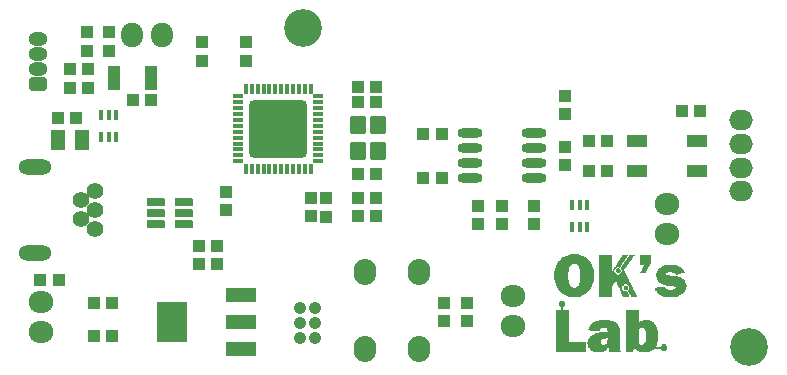
<source format=gts>
G04*
G04 #@! TF.GenerationSoftware,Altium Limited,Altium Designer,21.0.8 (223)*
G04*
G04 Layer_Color=8388736*
%FSLAX25Y25*%
%MOIN*%
G70*
G04*
G04 #@! TF.SameCoordinates,76373615-CB27-452B-AC01-166D02EDBD73*
G04*
G04*
G04 #@! TF.FilePolarity,Negative*
G04*
G01*
G75*
%ADD35R,0.04147X0.04147*%
%ADD36R,0.06700X0.04100*%
%ADD37R,0.04147X0.04147*%
G04:AMPARAMS|DCode=38|XSize=63.12mil|YSize=55.24mil|CornerRadius=9.91mil|HoleSize=0mil|Usage=FLASHONLY|Rotation=270.000|XOffset=0mil|YOffset=0mil|HoleType=Round|Shape=RoundedRectangle|*
%AMROUNDEDRECTD38*
21,1,0.06312,0.03543,0,0,270.0*
21,1,0.04331,0.05524,0,0,270.0*
1,1,0.01981,-0.01772,-0.02165*
1,1,0.01981,-0.01772,0.02165*
1,1,0.01981,0.01772,0.02165*
1,1,0.01981,0.01772,-0.02165*
%
%ADD38ROUNDEDRECTD38*%
G04:AMPARAMS|DCode=39|XSize=191.04mil|YSize=191.04mil|CornerRadius=12.25mil|HoleSize=0mil|Usage=FLASHONLY|Rotation=180.000|XOffset=0mil|YOffset=0mil|HoleType=Round|Shape=RoundedRectangle|*
%AMROUNDEDRECTD39*
21,1,0.19104,0.16654,0,0,180.0*
21,1,0.16654,0.19104,0,0,180.0*
1,1,0.02450,-0.08327,0.08327*
1,1,0.02450,0.08327,0.08327*
1,1,0.02450,0.08327,-0.08327*
1,1,0.02450,-0.08327,-0.08327*
%
%ADD39ROUNDEDRECTD39*%
%ADD40O,0.01584X0.03750*%
%ADD41O,0.03750X0.01584*%
G04:AMPARAMS|DCode=42|XSize=15.81mil|YSize=35.5mil|CornerRadius=3.48mil|HoleSize=0mil|Usage=FLASHONLY|Rotation=180.000|XOffset=0mil|YOffset=0mil|HoleType=Round|Shape=RoundedRectangle|*
%AMROUNDEDRECTD42*
21,1,0.01581,0.02854,0,0,180.0*
21,1,0.00886,0.03550,0,0,180.0*
1,1,0.00695,-0.00443,0.01427*
1,1,0.00695,0.00443,0.01427*
1,1,0.00695,0.00443,-0.01427*
1,1,0.00695,-0.00443,-0.01427*
%
%ADD42ROUNDEDRECTD42*%
%ADD43R,0.03950X0.01981*%
%ADD44R,0.04800X0.06800*%
%ADD45R,0.10249X0.13792*%
%ADD46R,0.10249X0.04737*%
%ADD47O,0.08280X0.03162*%
G04:AMPARAMS|DCode=48|XSize=29.62mil|YSize=61.12mil|CornerRadius=5.36mil|HoleSize=0mil|Usage=FLASHONLY|Rotation=270.000|XOffset=0mil|YOffset=0mil|HoleType=Round|Shape=RoundedRectangle|*
%AMROUNDEDRECTD48*
21,1,0.02962,0.05039,0,0,270.0*
21,1,0.01890,0.06112,0,0,270.0*
1,1,0.01072,-0.02520,-0.00945*
1,1,0.01072,-0.02520,0.00945*
1,1,0.01072,0.02520,0.00945*
1,1,0.01072,0.02520,-0.00945*
%
%ADD48ROUNDEDRECTD48*%
%ADD49O,0.08300X0.07300*%
%ADD50C,0.12611*%
%ADD51O,0.07493X0.08674*%
%ADD52C,0.04147*%
%ADD53C,0.05556*%
%ADD54O,0.11036X0.05131*%
G04:AMPARAMS|DCode=55|XSize=63mil|YSize=48mil|CornerRadius=0mil|HoleSize=0mil|Usage=FLASHONLY|Rotation=0.000|XOffset=0mil|YOffset=0mil|HoleType=Round|Shape=Octagon|*
%AMOCTAGOND55*
4,1,8,0.03150,-0.01200,0.03150,0.01200,0.01950,0.02400,-0.01950,0.02400,-0.03150,0.01200,-0.03150,-0.01200,-0.01950,-0.02400,0.01950,-0.02400,0.03150,-0.01200,0.0*
%
%ADD55OCTAGOND55*%

%ADD56O,0.06300X0.04800*%
%ADD57O,0.07300X0.08300*%
%ADD58O,0.07887X0.06706*%
G36*
X308269Y316731D02*
X308077D01*
Y316539D01*
X307885D01*
Y316346D01*
Y316154D01*
X307692D01*
Y315962D01*
X307500D01*
Y315769D01*
Y315577D01*
X307308D01*
Y315385D01*
X307115D01*
Y315192D01*
X306923D01*
Y315000D01*
Y314808D01*
X306731D01*
Y314615D01*
X306539D01*
Y314423D01*
Y314231D01*
X306346D01*
Y314038D01*
X306154D01*
Y313846D01*
Y313654D01*
X305961D01*
Y313461D01*
X305769D01*
Y313269D01*
Y313077D01*
X305577D01*
Y312885D01*
X305385D01*
Y312692D01*
Y312500D01*
X305192D01*
Y312308D01*
X305000D01*
Y312115D01*
X304808D01*
Y311923D01*
Y311731D01*
Y311539D01*
X305000D01*
Y311346D01*
Y311154D01*
X305192D01*
Y310962D01*
Y310769D01*
X305385D01*
Y310577D01*
Y310385D01*
X305577D01*
Y310192D01*
Y310000D01*
X305769D01*
Y309808D01*
Y309615D01*
X305961D01*
Y309423D01*
Y309231D01*
X306154D01*
Y309038D01*
Y308846D01*
X306346D01*
Y308654D01*
Y308461D01*
X306539D01*
Y308269D01*
Y308077D01*
X306731D01*
Y307885D01*
Y307692D01*
X306923D01*
Y307500D01*
Y307308D01*
X307115D01*
Y307115D01*
Y306923D01*
X307308D01*
Y306731D01*
Y306539D01*
X307500D01*
Y306346D01*
Y306154D01*
X307692D01*
Y305961D01*
Y305769D01*
X307885D01*
Y305577D01*
Y305385D01*
X308077D01*
Y305192D01*
Y305000D01*
X308269D01*
Y304808D01*
Y304615D01*
X308461D01*
Y304423D01*
Y304231D01*
X308654D01*
Y304039D01*
Y303846D01*
X308846D01*
Y303654D01*
Y303462D01*
X309038D01*
Y303269D01*
Y303077D01*
X307115D01*
Y303269D01*
X306923D01*
Y303462D01*
Y303654D01*
X306731D01*
Y303846D01*
Y304039D01*
X306539D01*
Y304231D01*
Y304423D01*
X306346D01*
Y304615D01*
X306154D01*
Y304808D01*
Y305000D01*
Y305192D01*
X306346D01*
Y305385D01*
Y305577D01*
X306539D01*
Y305769D01*
Y305961D01*
Y306154D01*
Y306346D01*
X306346D01*
Y306539D01*
Y306731D01*
X306154D01*
Y306923D01*
X305769D01*
Y307115D01*
X304808D01*
Y306923D01*
X304615D01*
Y306731D01*
X304423D01*
Y306539D01*
X304231D01*
Y306346D01*
Y306154D01*
X304039D01*
Y305961D01*
Y305769D01*
X304231D01*
Y305577D01*
Y305385D01*
Y305192D01*
X304423D01*
Y305000D01*
X304615D01*
Y304808D01*
X305769D01*
Y304615D01*
X305961D01*
Y304423D01*
Y304231D01*
X306154D01*
Y304039D01*
Y303846D01*
X306346D01*
Y303654D01*
Y303462D01*
X306539D01*
Y303269D01*
Y303077D01*
X304423D01*
Y303269D01*
X304231D01*
Y303462D01*
Y303654D01*
X304039D01*
Y303846D01*
Y304039D01*
X303846D01*
Y304231D01*
Y304423D01*
X303654D01*
Y304615D01*
Y304808D01*
X303462D01*
Y305000D01*
Y305192D01*
X303269D01*
Y305385D01*
Y305577D01*
Y305769D01*
X303077D01*
Y305961D01*
Y306154D01*
X302885D01*
Y306346D01*
Y306539D01*
X302692D01*
Y306731D01*
Y306923D01*
X302500D01*
Y307115D01*
Y307308D01*
X302308D01*
Y307500D01*
Y307692D01*
Y307885D01*
X302115D01*
Y308077D01*
X301923D01*
Y307885D01*
X301731D01*
Y307692D01*
X301538D01*
Y307500D01*
Y307308D01*
X301346D01*
Y307115D01*
X301154D01*
Y306923D01*
X300961D01*
Y306731D01*
Y306539D01*
X300769D01*
Y306346D01*
X300577D01*
Y306154D01*
Y305961D01*
Y305769D01*
Y305577D01*
Y305385D01*
Y305192D01*
Y305000D01*
Y304808D01*
Y304615D01*
Y304423D01*
Y304231D01*
Y304039D01*
Y303846D01*
Y303654D01*
Y303462D01*
Y303269D01*
Y303077D01*
X296538D01*
Y303269D01*
Y303462D01*
Y303654D01*
Y303846D01*
Y304039D01*
Y304231D01*
Y304423D01*
Y304615D01*
Y304808D01*
Y305000D01*
Y305192D01*
Y305385D01*
Y305577D01*
Y305769D01*
Y305961D01*
Y306154D01*
Y306346D01*
Y306539D01*
Y306731D01*
Y306923D01*
Y307115D01*
Y307308D01*
Y307500D01*
Y307692D01*
Y307885D01*
Y308077D01*
Y308269D01*
Y308461D01*
Y308654D01*
Y308846D01*
Y309038D01*
Y309231D01*
Y309423D01*
Y309615D01*
Y309808D01*
Y310000D01*
Y310192D01*
Y310385D01*
Y310577D01*
Y310769D01*
Y310962D01*
Y311154D01*
Y311346D01*
Y311539D01*
Y311731D01*
Y311923D01*
Y312115D01*
Y312308D01*
Y312500D01*
Y312692D01*
Y312885D01*
Y313077D01*
Y313269D01*
Y313461D01*
Y313654D01*
Y313846D01*
Y314038D01*
Y314231D01*
Y314423D01*
Y314615D01*
Y314808D01*
Y315000D01*
Y315192D01*
Y315385D01*
Y315577D01*
Y315769D01*
Y315962D01*
Y316154D01*
Y316346D01*
Y316539D01*
Y316731D01*
Y316923D01*
X300577D01*
Y316731D01*
Y316539D01*
Y316346D01*
Y316154D01*
Y315962D01*
Y315769D01*
Y315577D01*
Y315385D01*
Y315192D01*
Y315000D01*
Y314808D01*
Y314615D01*
Y314423D01*
Y314231D01*
Y314038D01*
Y313846D01*
Y313654D01*
Y313461D01*
Y313269D01*
Y313077D01*
Y312885D01*
Y312692D01*
Y312500D01*
Y312308D01*
Y312115D01*
Y311923D01*
Y311731D01*
Y311539D01*
X300769D01*
Y311731D01*
X300961D01*
Y311923D01*
X301154D01*
Y312115D01*
Y312308D01*
X301346D01*
Y312500D01*
X301538D01*
Y312692D01*
Y312885D01*
X301731D01*
Y313077D01*
X301923D01*
Y313269D01*
Y313461D01*
X302115D01*
Y313654D01*
X302308D01*
Y313846D01*
Y314038D01*
X302500D01*
Y314231D01*
X302692D01*
Y314423D01*
Y314615D01*
X302885D01*
Y314808D01*
X303077D01*
Y315000D01*
Y315192D01*
X303269D01*
Y315385D01*
X303462D01*
Y315577D01*
Y315769D01*
X303654D01*
Y315962D01*
X303846D01*
Y316154D01*
Y316346D01*
X304039D01*
Y316539D01*
X304231D01*
Y316731D01*
Y316923D01*
X306154D01*
Y316731D01*
X305961D01*
Y316539D01*
X305769D01*
Y316346D01*
Y316154D01*
X305577D01*
Y315962D01*
X305385D01*
Y315769D01*
Y315577D01*
X305192D01*
Y315385D01*
X305000D01*
Y315192D01*
Y315000D01*
X304808D01*
Y314808D01*
X304615D01*
Y314615D01*
X304423D01*
Y314423D01*
Y314231D01*
X304231D01*
Y314038D01*
X304039D01*
Y313846D01*
Y313654D01*
X303846D01*
Y313461D01*
X303654D01*
Y313269D01*
Y313077D01*
X303462D01*
Y312885D01*
X303269D01*
Y312692D01*
X303077D01*
Y312885D01*
X302500D01*
Y312692D01*
X302115D01*
Y312500D01*
X301923D01*
Y312308D01*
X301731D01*
Y312115D01*
Y311923D01*
X301538D01*
Y311731D01*
Y311539D01*
Y311346D01*
X301731D01*
Y311154D01*
Y310962D01*
X301923D01*
Y310769D01*
X302115D01*
Y310577D01*
X302500D01*
Y310385D01*
X303077D01*
Y310577D01*
X303462D01*
Y310769D01*
X303654D01*
Y310962D01*
X303846D01*
Y311154D01*
Y311346D01*
X304039D01*
Y311539D01*
Y311731D01*
Y311923D01*
X303846D01*
Y312115D01*
Y312308D01*
X303654D01*
Y312500D01*
Y312692D01*
X303846D01*
Y312885D01*
X304039D01*
Y313077D01*
Y313269D01*
X304231D01*
Y313461D01*
X304423D01*
Y313654D01*
Y313846D01*
X304615D01*
Y314038D01*
X304808D01*
Y314231D01*
Y314423D01*
X305000D01*
Y314615D01*
X305192D01*
Y314808D01*
Y315000D01*
X305385D01*
Y315192D01*
X305577D01*
Y315385D01*
Y315577D01*
X305769D01*
Y315769D01*
X305961D01*
Y315962D01*
X306154D01*
Y316154D01*
Y316346D01*
X306346D01*
Y316539D01*
X306539D01*
Y316731D01*
Y316923D01*
X308269D01*
Y316731D01*
D02*
G37*
G36*
X313654D02*
Y316539D01*
Y316346D01*
Y316154D01*
Y315962D01*
Y315769D01*
Y315577D01*
Y315385D01*
Y315192D01*
Y315000D01*
Y314808D01*
Y314615D01*
Y314423D01*
Y314231D01*
Y314038D01*
Y313846D01*
X313461D01*
Y313654D01*
Y313461D01*
X313269D01*
Y313269D01*
X313077D01*
Y313077D01*
Y312885D01*
X312885D01*
Y312692D01*
Y312500D01*
X312692D01*
Y312308D01*
X312500D01*
Y312115D01*
Y311923D01*
X312308D01*
Y311731D01*
X312115D01*
Y311539D01*
Y311346D01*
X311923D01*
Y311154D01*
Y310962D01*
X310192D01*
Y311154D01*
Y311346D01*
X310385D01*
Y311539D01*
Y311731D01*
X310577D01*
Y311923D01*
Y312115D01*
X310769D01*
Y312308D01*
Y312500D01*
X310962D01*
Y312692D01*
Y312885D01*
X311154D01*
Y313077D01*
Y313269D01*
X311346D01*
Y313461D01*
X311539D01*
Y313654D01*
X310000D01*
Y313846D01*
Y314038D01*
Y314231D01*
Y314423D01*
Y314615D01*
Y314808D01*
Y315000D01*
Y315192D01*
Y315385D01*
Y315577D01*
Y315769D01*
Y315962D01*
Y316154D01*
Y316346D01*
Y316539D01*
Y316731D01*
Y316923D01*
X313654D01*
Y316731D01*
D02*
G37*
G36*
X303077Y312308D02*
X303269D01*
Y312115D01*
X303462D01*
Y311923D01*
X303654D01*
Y311731D01*
Y311539D01*
Y311346D01*
X303462D01*
Y311154D01*
X303269D01*
Y310962D01*
X302308D01*
Y311154D01*
X302115D01*
Y311346D01*
Y311539D01*
Y311731D01*
Y311923D01*
Y312115D01*
X302308D01*
Y312308D01*
X302500D01*
Y312500D01*
X303077D01*
Y312308D01*
D02*
G37*
G36*
X321731Y313461D02*
X322500D01*
Y313269D01*
X323077D01*
Y313077D01*
X323462D01*
Y312885D01*
X323654D01*
Y312692D01*
X323846D01*
Y312500D01*
X324039D01*
Y312308D01*
X324231D01*
Y312115D01*
X324423D01*
Y311923D01*
X324615D01*
Y311731D01*
X324808D01*
Y311539D01*
Y311346D01*
X325000D01*
Y311154D01*
Y310962D01*
X324615D01*
Y310769D01*
X323654D01*
Y310577D01*
X322692D01*
Y310385D01*
X321923D01*
Y310577D01*
X321731D01*
Y310769D01*
X321346D01*
Y310962D01*
X320769D01*
Y311154D01*
X319423D01*
Y310962D01*
X319039D01*
Y310769D01*
X318846D01*
Y310577D01*
Y310385D01*
X319039D01*
Y310192D01*
X320000D01*
Y310000D01*
X321731D01*
Y309808D01*
X322885D01*
Y309615D01*
X323462D01*
Y309423D01*
X323846D01*
Y309231D01*
X324231D01*
Y309038D01*
X324423D01*
Y308846D01*
X324615D01*
Y308654D01*
X324808D01*
Y308461D01*
X325000D01*
Y308269D01*
Y308077D01*
X325192D01*
Y307885D01*
Y307692D01*
X325385D01*
Y307500D01*
Y307308D01*
Y307115D01*
Y306923D01*
X325577D01*
Y306731D01*
Y306539D01*
Y306346D01*
Y306154D01*
X325385D01*
Y305961D01*
Y305769D01*
Y305577D01*
Y305385D01*
X325192D01*
Y305192D01*
Y305000D01*
X325000D01*
Y304808D01*
Y304615D01*
X324808D01*
Y304423D01*
X324615D01*
Y304231D01*
X324423D01*
Y304039D01*
X324231D01*
Y303846D01*
X323846D01*
Y303654D01*
X323654D01*
Y303462D01*
X323077D01*
Y303269D01*
X322692D01*
Y303077D01*
X321731D01*
Y302885D01*
X318461D01*
Y303077D01*
X317692D01*
Y303269D01*
X317115D01*
Y303462D01*
X316731D01*
Y303654D01*
X316539D01*
Y303846D01*
X316154D01*
Y304039D01*
X315962D01*
Y304231D01*
X315769D01*
Y304423D01*
X315577D01*
Y304615D01*
Y304808D01*
X315385D01*
Y305000D01*
X315192D01*
Y305192D01*
Y305385D01*
X315000D01*
Y305577D01*
Y305769D01*
Y305961D01*
X315769D01*
Y306154D01*
X317115D01*
Y306346D01*
X318269D01*
Y306154D01*
Y305961D01*
X318461D01*
Y305769D01*
X318846D01*
Y305577D01*
X319423D01*
Y305385D01*
X321154D01*
Y305577D01*
X321731D01*
Y305769D01*
X321923D01*
Y305961D01*
Y306154D01*
X321731D01*
Y306346D01*
X321346D01*
Y306539D01*
X319808D01*
Y306731D01*
X318654D01*
Y306923D01*
X317885D01*
Y307115D01*
X317308D01*
Y307308D01*
X316923D01*
Y307500D01*
X316539D01*
Y307692D01*
X316346D01*
Y307885D01*
X316154D01*
Y308077D01*
X315962D01*
Y308269D01*
Y308461D01*
X315769D01*
Y308654D01*
Y308846D01*
X315577D01*
Y309038D01*
Y309231D01*
Y309423D01*
X315385D01*
Y309615D01*
Y309808D01*
Y310000D01*
Y310192D01*
Y310385D01*
Y310577D01*
Y310769D01*
X315577D01*
Y310962D01*
Y311154D01*
Y311346D01*
X315769D01*
Y311539D01*
Y311731D01*
X315962D01*
Y311923D01*
X316154D01*
Y312115D01*
Y312308D01*
X316346D01*
Y312500D01*
X316539D01*
Y312692D01*
X316923D01*
Y312885D01*
X317115D01*
Y313077D01*
X317500D01*
Y313269D01*
X318077D01*
Y313461D01*
X318846D01*
Y313654D01*
X321731D01*
Y313461D01*
D02*
G37*
G36*
X305577Y306539D02*
X305961D01*
Y306346D01*
Y306154D01*
X306154D01*
Y305961D01*
Y305769D01*
Y305577D01*
X305961D01*
Y305385D01*
X305769D01*
Y305192D01*
X304808D01*
Y305385D01*
X304615D01*
Y305577D01*
Y305769D01*
Y305961D01*
Y306154D01*
Y306346D01*
X304808D01*
Y306539D01*
X305000D01*
Y306731D01*
X305577D01*
Y306539D01*
D02*
G37*
G36*
X289615Y316923D02*
X290385D01*
Y316731D01*
X290962D01*
Y316539D01*
X291346D01*
Y316346D01*
X291731D01*
Y316154D01*
X291923D01*
Y315962D01*
X292308D01*
Y315769D01*
X292500D01*
Y315577D01*
X292692D01*
Y315385D01*
X292885D01*
Y315192D01*
X293077D01*
Y315000D01*
X293269D01*
Y314808D01*
X293461D01*
Y314615D01*
Y314423D01*
X293654D01*
Y314231D01*
X293846D01*
Y314038D01*
Y313846D01*
X294039D01*
Y313654D01*
Y313461D01*
X294231D01*
Y313269D01*
Y313077D01*
Y312885D01*
X294423D01*
Y312692D01*
Y312500D01*
Y312308D01*
X294615D01*
Y312115D01*
Y311923D01*
Y311731D01*
Y311539D01*
Y311346D01*
Y311154D01*
X294808D01*
Y310962D01*
Y310769D01*
Y310577D01*
Y310385D01*
Y310192D01*
Y310000D01*
Y309808D01*
Y309615D01*
Y309423D01*
Y309231D01*
Y309038D01*
X294615D01*
Y308846D01*
Y308654D01*
Y308461D01*
Y308269D01*
Y308077D01*
Y307885D01*
X294423D01*
Y307692D01*
Y307500D01*
Y307308D01*
X294231D01*
Y307115D01*
Y306923D01*
Y306731D01*
X294039D01*
Y306539D01*
Y306346D01*
X293846D01*
Y306154D01*
Y305961D01*
X293654D01*
Y305769D01*
Y305577D01*
X293461D01*
Y305385D01*
X293269D01*
Y305192D01*
X293077D01*
Y305000D01*
X292885D01*
Y304808D01*
X292692D01*
Y304615D01*
X292500D01*
Y304423D01*
X292308D01*
Y304231D01*
X292115D01*
Y304039D01*
X291923D01*
Y303846D01*
X291539D01*
Y303654D01*
X291346D01*
Y303462D01*
X290769D01*
Y303269D01*
X290385D01*
Y303077D01*
X289615D01*
Y302885D01*
X286731D01*
Y303077D01*
X285962D01*
Y303269D01*
X285385D01*
Y303462D01*
X285000D01*
Y303654D01*
X284615D01*
Y303846D01*
X284423D01*
Y304039D01*
X284038D01*
Y304231D01*
X283846D01*
Y304423D01*
X283654D01*
Y304615D01*
X283461D01*
Y304808D01*
X283269D01*
Y305000D01*
X283077D01*
Y305192D01*
X282885D01*
Y305385D01*
Y305577D01*
X282692D01*
Y305769D01*
X282500D01*
Y305961D01*
Y306154D01*
X282308D01*
Y306346D01*
Y306539D01*
X282115D01*
Y306731D01*
Y306923D01*
X281923D01*
Y307115D01*
Y307308D01*
Y307500D01*
X281731D01*
Y307692D01*
Y307885D01*
Y308077D01*
Y308269D01*
Y308461D01*
X281539D01*
Y308654D01*
Y308846D01*
Y309038D01*
Y309231D01*
Y309423D01*
Y309615D01*
Y309808D01*
Y310000D01*
Y310192D01*
Y310385D01*
Y310577D01*
Y310769D01*
Y310962D01*
Y311154D01*
Y311346D01*
Y311539D01*
X281731D01*
Y311731D01*
Y311923D01*
Y312115D01*
Y312308D01*
Y312500D01*
X281923D01*
Y312692D01*
Y312885D01*
Y313077D01*
X282115D01*
Y313269D01*
Y313461D01*
X282308D01*
Y313654D01*
Y313846D01*
X282500D01*
Y314038D01*
Y314231D01*
X282692D01*
Y314423D01*
X282885D01*
Y314615D01*
Y314808D01*
X283077D01*
Y315000D01*
X283269D01*
Y315192D01*
X283461D01*
Y315385D01*
X283654D01*
Y315577D01*
X283846D01*
Y315769D01*
X284038D01*
Y315962D01*
X284231D01*
Y316154D01*
X284615D01*
Y316346D01*
X285000D01*
Y316539D01*
X285385D01*
Y316731D01*
X285962D01*
Y316923D01*
X286731D01*
Y317115D01*
X289615D01*
Y316923D01*
D02*
G37*
G36*
X309615Y298269D02*
Y298077D01*
Y297885D01*
Y297692D01*
Y297500D01*
Y297308D01*
Y297115D01*
Y296923D01*
Y296731D01*
Y296538D01*
Y296346D01*
Y296154D01*
Y295961D01*
Y295769D01*
Y295577D01*
Y295385D01*
Y295192D01*
Y295000D01*
Y294808D01*
Y294615D01*
Y294423D01*
Y294231D01*
X309808D01*
Y294423D01*
X310000D01*
Y294615D01*
X310192D01*
Y294808D01*
X310577D01*
Y295000D01*
X311154D01*
Y295192D01*
X313269D01*
Y295000D01*
X313654D01*
Y294808D01*
X314038D01*
Y294615D01*
X314423D01*
Y294423D01*
X314615D01*
Y294231D01*
X314808D01*
Y294039D01*
X315000D01*
Y293846D01*
X315192D01*
Y293654D01*
Y293461D01*
X315385D01*
Y293269D01*
Y293077D01*
X315577D01*
Y292885D01*
Y292692D01*
Y292500D01*
X315769D01*
Y292308D01*
Y292115D01*
Y291923D01*
X315962D01*
Y291731D01*
Y291539D01*
Y291346D01*
Y291154D01*
Y290962D01*
X316154D01*
Y290769D01*
Y290577D01*
Y290385D01*
Y290192D01*
Y290000D01*
Y289808D01*
Y289615D01*
Y289423D01*
Y289231D01*
Y289038D01*
Y288846D01*
X315962D01*
Y288654D01*
Y288461D01*
Y288269D01*
Y288077D01*
Y287885D01*
X315769D01*
Y287692D01*
Y287500D01*
Y287308D01*
X315577D01*
Y287115D01*
Y286923D01*
Y286731D01*
X315385D01*
Y286539D01*
Y286346D01*
X317115D01*
Y286539D01*
Y286731D01*
X317308D01*
Y286923D01*
X317500D01*
Y287115D01*
X318654D01*
Y286923D01*
X318846D01*
Y286731D01*
X319039D01*
Y286539D01*
Y286346D01*
X319231D01*
Y286154D01*
Y285962D01*
Y285769D01*
X319039D01*
Y285577D01*
Y285385D01*
X318846D01*
Y285192D01*
X318654D01*
Y285000D01*
X317500D01*
Y285192D01*
X317308D01*
Y285385D01*
X317115D01*
Y285577D01*
X314615D01*
Y285385D01*
X314423D01*
Y285192D01*
X314231D01*
Y285000D01*
X313846D01*
Y284808D01*
X313461D01*
Y284615D01*
X312885D01*
Y284423D01*
X310385D01*
Y284615D01*
X309808D01*
Y284808D01*
X309423D01*
Y285000D01*
X309231D01*
Y285192D01*
X308846D01*
Y285385D01*
X308654D01*
Y285577D01*
X308461D01*
Y285769D01*
Y285962D01*
X308269D01*
Y285769D01*
Y285577D01*
X308077D01*
Y285385D01*
Y285192D01*
X307885D01*
Y285000D01*
Y284808D01*
Y284615D01*
X305385D01*
Y284808D01*
Y285000D01*
Y285192D01*
Y285385D01*
Y285577D01*
Y285769D01*
Y285962D01*
Y286154D01*
Y286346D01*
Y286539D01*
Y286731D01*
Y286923D01*
Y287115D01*
Y287308D01*
Y287500D01*
Y287692D01*
Y287885D01*
Y288077D01*
Y288269D01*
Y288461D01*
Y288654D01*
Y288846D01*
Y289038D01*
Y289231D01*
Y289423D01*
Y289615D01*
Y289808D01*
Y290000D01*
Y290192D01*
Y290385D01*
Y290577D01*
Y290769D01*
Y290962D01*
Y291154D01*
Y291346D01*
Y291539D01*
Y291731D01*
Y291923D01*
Y292115D01*
Y292308D01*
Y292500D01*
Y292692D01*
Y292885D01*
Y293077D01*
Y293269D01*
Y293461D01*
Y293654D01*
Y293846D01*
Y294039D01*
Y294231D01*
Y294423D01*
Y294615D01*
Y294808D01*
Y295000D01*
Y295192D01*
Y295385D01*
Y295577D01*
Y295769D01*
Y295961D01*
Y296154D01*
Y296346D01*
Y296538D01*
Y296731D01*
Y296923D01*
Y297115D01*
Y297308D01*
Y297500D01*
Y297692D01*
Y297885D01*
Y298077D01*
Y298269D01*
Y298462D01*
X309615D01*
Y298269D01*
D02*
G37*
G36*
X300000Y295000D02*
X300769D01*
Y294808D01*
X301346D01*
Y294615D01*
X301731D01*
Y294423D01*
X302115D01*
Y294231D01*
X302308D01*
Y294039D01*
X302500D01*
Y293846D01*
X302692D01*
Y293654D01*
X302885D01*
Y293461D01*
Y293269D01*
X303077D01*
Y293077D01*
Y292885D01*
Y292692D01*
X303269D01*
Y292500D01*
Y292308D01*
Y292115D01*
Y291923D01*
Y291731D01*
Y291539D01*
Y291346D01*
Y291154D01*
Y290962D01*
Y290769D01*
Y290577D01*
Y290385D01*
Y290192D01*
Y290000D01*
Y289808D01*
Y289615D01*
Y289423D01*
Y289231D01*
Y289038D01*
Y288846D01*
Y288654D01*
Y288461D01*
Y288269D01*
Y288077D01*
Y287885D01*
Y287692D01*
Y287500D01*
Y287308D01*
Y287115D01*
Y286923D01*
Y286731D01*
Y286539D01*
Y286346D01*
Y286154D01*
Y285962D01*
Y285769D01*
Y285577D01*
X303462D01*
Y285385D01*
Y285192D01*
Y285000D01*
Y284808D01*
X303654D01*
Y284615D01*
X299615D01*
Y284808D01*
Y285000D01*
Y285192D01*
Y285385D01*
Y285577D01*
Y285769D01*
Y285962D01*
X299423D01*
Y285769D01*
X299231D01*
Y285577D01*
X299039D01*
Y285385D01*
X298846D01*
Y285192D01*
X298654D01*
Y285000D01*
X298462D01*
Y284808D01*
X298077D01*
Y284615D01*
X297500D01*
Y284423D01*
X295000D01*
Y284615D01*
X294423D01*
Y284808D01*
X294039D01*
Y285000D01*
X293846D01*
Y285192D01*
X293461D01*
Y285385D01*
X293269D01*
Y285577D01*
Y285769D01*
X293077D01*
Y285962D01*
X292885D01*
Y286154D01*
Y286346D01*
X292692D01*
Y286539D01*
Y286731D01*
Y286923D01*
Y287115D01*
X292500D01*
Y287308D01*
Y287500D01*
Y287692D01*
Y287885D01*
X292692D01*
Y288077D01*
Y288269D01*
Y288461D01*
Y288654D01*
X292885D01*
Y288846D01*
Y289038D01*
X293077D01*
Y289231D01*
X293269D01*
Y289423D01*
Y289615D01*
X293461D01*
Y289808D01*
X293654D01*
Y290000D01*
X294039D01*
Y290192D01*
X294231D01*
Y290385D01*
X294615D01*
Y290577D01*
X295192D01*
Y290769D01*
X295769D01*
Y290962D01*
X296538D01*
Y291154D01*
X297692D01*
Y291346D01*
X299423D01*
Y291539D01*
Y291731D01*
X299231D01*
Y291923D01*
Y292115D01*
Y292308D01*
X299039D01*
Y292500D01*
X298654D01*
Y292692D01*
X297500D01*
Y292500D01*
X297115D01*
Y292308D01*
X296923D01*
Y292115D01*
X296731D01*
Y291923D01*
Y291731D01*
Y291539D01*
X295192D01*
Y291731D01*
X293461D01*
Y291923D01*
X292885D01*
Y292115D01*
Y292308D01*
X293077D01*
Y292500D01*
Y292692D01*
Y292885D01*
X293269D01*
Y293077D01*
X293461D01*
Y293269D01*
Y293461D01*
X293654D01*
Y293654D01*
X293846D01*
Y293846D01*
X294039D01*
Y294039D01*
X294231D01*
Y294231D01*
X294423D01*
Y294423D01*
X294808D01*
Y294615D01*
X295192D01*
Y294808D01*
X295769D01*
Y295000D01*
X296538D01*
Y295192D01*
X300000D01*
Y295000D01*
D02*
G37*
G36*
X284423Y301538D02*
X284808D01*
Y301346D01*
X285000D01*
Y301154D01*
X285192D01*
Y300961D01*
Y300769D01*
Y300577D01*
Y300385D01*
Y300192D01*
X285000D01*
Y300000D01*
Y299808D01*
X284808D01*
Y299615D01*
X284423D01*
Y299423D01*
Y299231D01*
Y299039D01*
Y298846D01*
Y298654D01*
Y298462D01*
X286539D01*
Y298269D01*
Y298077D01*
Y297885D01*
Y297692D01*
Y297500D01*
Y297308D01*
Y297115D01*
Y296923D01*
Y296731D01*
Y296538D01*
Y296346D01*
Y296154D01*
Y295961D01*
Y295769D01*
Y295577D01*
Y295385D01*
Y295192D01*
Y295000D01*
Y294808D01*
Y294615D01*
Y294423D01*
Y294231D01*
Y294039D01*
Y293846D01*
Y293654D01*
Y293461D01*
Y293269D01*
Y293077D01*
Y292885D01*
Y292692D01*
Y292500D01*
Y292308D01*
Y292115D01*
Y291923D01*
Y291731D01*
Y291539D01*
Y291346D01*
Y291154D01*
Y290962D01*
Y290769D01*
Y290577D01*
Y290385D01*
Y290192D01*
Y290000D01*
Y289808D01*
Y289615D01*
Y289423D01*
Y289231D01*
Y289038D01*
Y288846D01*
Y288654D01*
Y288461D01*
Y288269D01*
Y288077D01*
X291923D01*
Y287885D01*
Y287692D01*
Y287500D01*
Y287308D01*
Y287115D01*
Y286923D01*
Y286731D01*
Y286539D01*
Y286346D01*
Y286154D01*
Y285962D01*
Y285769D01*
Y285577D01*
Y285385D01*
Y285192D01*
Y285000D01*
Y284808D01*
Y284615D01*
X282115D01*
Y284808D01*
Y285000D01*
Y285192D01*
Y285385D01*
Y285577D01*
Y285769D01*
Y285962D01*
Y286154D01*
Y286346D01*
Y286539D01*
Y286731D01*
Y286923D01*
Y287115D01*
Y287308D01*
Y287500D01*
Y287692D01*
Y287885D01*
Y288077D01*
Y288269D01*
Y288461D01*
Y288654D01*
Y288846D01*
Y289038D01*
Y289231D01*
Y289423D01*
Y289615D01*
Y289808D01*
Y290000D01*
Y290192D01*
Y290385D01*
Y290577D01*
Y290769D01*
Y290962D01*
Y291154D01*
Y291346D01*
Y291539D01*
Y291731D01*
Y291923D01*
Y292115D01*
Y292308D01*
Y292500D01*
Y292692D01*
Y292885D01*
Y293077D01*
Y293269D01*
Y293461D01*
Y293654D01*
Y293846D01*
Y294039D01*
Y294231D01*
Y294423D01*
Y294615D01*
Y294808D01*
Y295000D01*
Y295192D01*
Y295385D01*
Y295577D01*
Y295769D01*
Y295961D01*
Y296154D01*
Y296346D01*
Y296538D01*
Y296731D01*
Y296923D01*
Y297115D01*
Y297308D01*
Y297500D01*
Y297692D01*
Y297885D01*
Y298077D01*
Y298269D01*
Y298462D01*
X283846D01*
Y298654D01*
Y298846D01*
Y299039D01*
Y299231D01*
Y299423D01*
Y299615D01*
X283461D01*
Y299808D01*
X283269D01*
Y300000D01*
X283077D01*
Y300192D01*
Y300385D01*
Y300577D01*
Y300769D01*
Y300961D01*
Y301154D01*
X283269D01*
Y301346D01*
X283461D01*
Y301538D01*
X283654D01*
Y301731D01*
X284423D01*
Y301538D01*
D02*
G37*
%LPC*%
G36*
X288654Y314038D02*
X287692D01*
Y313846D01*
X287308D01*
Y313654D01*
X287115D01*
Y313461D01*
X286923D01*
Y313269D01*
X286731D01*
Y313077D01*
Y312885D01*
X286539D01*
Y312692D01*
Y312500D01*
Y312308D01*
X286346D01*
Y312115D01*
Y311923D01*
Y311731D01*
Y311539D01*
Y311346D01*
X286154D01*
Y311154D01*
Y310962D01*
Y310769D01*
Y310577D01*
Y310385D01*
Y310192D01*
Y310000D01*
Y309808D01*
Y309615D01*
Y309423D01*
Y309231D01*
Y309038D01*
Y308846D01*
Y308654D01*
Y308461D01*
X286346D01*
Y308269D01*
Y308077D01*
Y307885D01*
Y307692D01*
Y307500D01*
X286539D01*
Y307308D01*
Y307115D01*
X286731D01*
Y306923D01*
Y306731D01*
X286923D01*
Y306539D01*
X287115D01*
Y306346D01*
X287308D01*
Y306154D01*
X287692D01*
Y305961D01*
X288654D01*
Y306154D01*
X289038D01*
Y306346D01*
X289231D01*
Y306539D01*
X289423D01*
Y306731D01*
X289615D01*
Y306923D01*
Y307115D01*
X289808D01*
Y307308D01*
Y307500D01*
Y307692D01*
X290000D01*
Y307885D01*
Y308077D01*
Y308269D01*
Y308461D01*
Y308654D01*
Y308846D01*
Y309038D01*
Y309231D01*
Y309423D01*
Y309615D01*
Y309808D01*
Y310000D01*
Y310192D01*
Y310385D01*
Y310577D01*
Y310769D01*
Y310962D01*
Y311154D01*
Y311346D01*
Y311539D01*
Y311731D01*
Y311923D01*
Y312115D01*
Y312308D01*
X289808D01*
Y312500D01*
Y312692D01*
Y312885D01*
X289615D01*
Y313077D01*
Y313269D01*
X289423D01*
Y313461D01*
X289231D01*
Y313654D01*
X289038D01*
Y313846D01*
X288654D01*
Y314038D01*
D02*
G37*
G36*
X310962Y292692D02*
X310385D01*
Y292500D01*
X310000D01*
Y292308D01*
X309808D01*
Y292115D01*
X309615D01*
Y291923D01*
Y291731D01*
Y291539D01*
Y291346D01*
Y291154D01*
Y290962D01*
Y290769D01*
Y290577D01*
Y290385D01*
Y290192D01*
Y290000D01*
Y289808D01*
Y289615D01*
Y289423D01*
Y289231D01*
Y289038D01*
Y288846D01*
Y288654D01*
Y288461D01*
Y288269D01*
Y288077D01*
Y287885D01*
Y287692D01*
Y287500D01*
X309808D01*
Y287308D01*
X310000D01*
Y287115D01*
X310192D01*
Y286923D01*
X310962D01*
Y287115D01*
X311346D01*
Y287308D01*
X311539D01*
Y287500D01*
X311731D01*
Y287692D01*
Y287885D01*
Y288077D01*
X311923D01*
Y288269D01*
Y288461D01*
Y288654D01*
Y288846D01*
Y289038D01*
Y289231D01*
Y289423D01*
Y289615D01*
Y289808D01*
Y290000D01*
Y290192D01*
Y290385D01*
Y290577D01*
Y290769D01*
Y290962D01*
Y291154D01*
Y291346D01*
Y291539D01*
X311731D01*
Y291731D01*
Y291923D01*
Y292115D01*
X311539D01*
Y292308D01*
X311346D01*
Y292500D01*
X310962D01*
Y292692D01*
D02*
G37*
G36*
X299423Y289231D02*
X298846D01*
Y289038D01*
X298077D01*
Y288846D01*
X297500D01*
Y288654D01*
X297308D01*
Y288461D01*
X297115D01*
Y288269D01*
X296923D01*
Y288077D01*
Y287885D01*
Y287692D01*
Y287500D01*
Y287308D01*
Y287115D01*
X297308D01*
Y286923D01*
X298269D01*
Y287115D01*
X298846D01*
Y287308D01*
X299039D01*
Y287500D01*
Y287692D01*
X299231D01*
Y287885D01*
Y288077D01*
Y288269D01*
Y288461D01*
X299423D01*
Y288654D01*
Y288846D01*
Y289038D01*
Y289231D01*
D02*
G37*
%LPD*%
D35*
X116251Y308700D02*
D03*
X110149D02*
D03*
X162949Y320000D02*
D03*
X169051D02*
D03*
X162949Y314000D02*
D03*
X169051D02*
D03*
X292949Y355000D02*
D03*
X299051D02*
D03*
X292949Y344856D02*
D03*
X299051D02*
D03*
X215949Y330000D02*
D03*
X222051D02*
D03*
Y336000D02*
D03*
X215949D02*
D03*
X216000Y344000D02*
D03*
X222102D02*
D03*
X222051Y373000D02*
D03*
X215949D02*
D03*
X222102Y368000D02*
D03*
X216000D02*
D03*
X147051Y368500D02*
D03*
X140949D02*
D03*
X134051Y301000D02*
D03*
X127949D02*
D03*
X134051Y290000D02*
D03*
X127949D02*
D03*
X119949Y372500D02*
D03*
X126051D02*
D03*
X119949Y379000D02*
D03*
X126051D02*
D03*
X116049Y362700D02*
D03*
X122151D02*
D03*
X243983Y342510D02*
D03*
X237881D02*
D03*
X243983Y357409D02*
D03*
X237881D02*
D03*
X323949Y365000D02*
D03*
X330051D02*
D03*
D36*
X329039Y354921D02*
D03*
X308961D02*
D03*
X329039Y345079D02*
D03*
X308961D02*
D03*
D37*
X255955Y327179D02*
D03*
Y333281D02*
D03*
X264000Y327179D02*
D03*
Y333281D02*
D03*
X274723Y327179D02*
D03*
Y333281D02*
D03*
X285000Y363949D02*
D03*
Y370051D02*
D03*
X125900Y391151D02*
D03*
Y385049D02*
D03*
X164100Y387804D02*
D03*
Y381701D02*
D03*
X244700Y300951D02*
D03*
Y294849D02*
D03*
X205301Y335791D02*
D03*
Y329689D02*
D03*
X200388Y335862D02*
D03*
Y329760D02*
D03*
X172000Y338000D02*
D03*
Y331898D02*
D03*
X178622Y381701D02*
D03*
Y387804D02*
D03*
X252400Y294849D02*
D03*
Y300951D02*
D03*
X133100Y391151D02*
D03*
Y385049D02*
D03*
X285000Y353051D02*
D03*
Y346949D02*
D03*
D38*
X222709Y351716D02*
D03*
X216016D02*
D03*
Y360378D02*
D03*
X222709D02*
D03*
D39*
X189500Y359000D02*
D03*
D40*
X200327Y345614D02*
D03*
X198358D02*
D03*
X196390D02*
D03*
X194421D02*
D03*
X192453D02*
D03*
X190484D02*
D03*
X188516D02*
D03*
X186547D02*
D03*
X184579D02*
D03*
X182610D02*
D03*
X180642D02*
D03*
X178673D02*
D03*
Y372386D02*
D03*
X180642D02*
D03*
X182610D02*
D03*
X184579D02*
D03*
X186547D02*
D03*
X188516D02*
D03*
X190484D02*
D03*
X192453D02*
D03*
X194421D02*
D03*
X196390D02*
D03*
X198358D02*
D03*
X200327D02*
D03*
D41*
X176114Y348173D02*
D03*
Y350142D02*
D03*
Y352110D02*
D03*
Y354079D02*
D03*
Y356047D02*
D03*
Y358016D02*
D03*
Y359984D02*
D03*
Y361953D02*
D03*
Y363921D02*
D03*
Y365890D02*
D03*
Y367858D02*
D03*
Y369827D02*
D03*
X202886D02*
D03*
Y367858D02*
D03*
Y365890D02*
D03*
Y363921D02*
D03*
Y361953D02*
D03*
Y359984D02*
D03*
Y358016D02*
D03*
Y356047D02*
D03*
Y354079D02*
D03*
Y352110D02*
D03*
Y350142D02*
D03*
Y348173D02*
D03*
D42*
X130441Y356260D02*
D03*
X135559D02*
D03*
X133000Y363740D02*
D03*
X133000Y356260D02*
D03*
X130441Y363740D02*
D03*
X135559D02*
D03*
X287441Y326260D02*
D03*
X292559D02*
D03*
X290000Y333740D02*
D03*
X290000Y326260D02*
D03*
X287441Y333740D02*
D03*
X292559D02*
D03*
D43*
X134898Y373047D02*
D03*
Y375016D02*
D03*
Y376984D02*
D03*
Y378953D02*
D03*
X147102Y376984D02*
D03*
Y375016D02*
D03*
Y373047D02*
D03*
Y378953D02*
D03*
D44*
X124100Y355200D02*
D03*
X116100D02*
D03*
D45*
X154083Y294500D02*
D03*
D46*
X176917Y303555D02*
D03*
Y294500D02*
D03*
Y285445D02*
D03*
D47*
X274630Y342500D02*
D03*
Y347500D02*
D03*
Y352500D02*
D03*
Y357500D02*
D03*
X253370Y342500D02*
D03*
Y347500D02*
D03*
Y352500D02*
D03*
Y357500D02*
D03*
D48*
X158224Y331000D02*
D03*
X148776Y334740D02*
D03*
Y331000D02*
D03*
Y327260D02*
D03*
X158224D02*
D03*
Y334740D02*
D03*
D49*
X110500Y301100D02*
D03*
Y291100D02*
D03*
X319000Y334000D02*
D03*
Y324000D02*
D03*
X267600Y293100D02*
D03*
Y303100D02*
D03*
D50*
X346500Y286200D02*
D03*
X197700Y392700D02*
D03*
D51*
X218542Y285605D02*
D03*
Y311195D02*
D03*
X236258Y285605D02*
D03*
Y311195D02*
D03*
D52*
X201677Y289405D02*
D03*
X196676D02*
D03*
Y299406D02*
D03*
Y294404D02*
D03*
X201677D02*
D03*
Y299406D02*
D03*
D53*
X128382Y332000D02*
D03*
Y325701D02*
D03*
X123658Y335150D02*
D03*
Y328850D02*
D03*
X128382Y338299D02*
D03*
D54*
X108500Y317630D02*
D03*
Y346370D02*
D03*
D55*
X109500Y374000D02*
D03*
D56*
Y379000D02*
D03*
Y384000D02*
D03*
Y389000D02*
D03*
D57*
X150900Y390400D02*
D03*
X140900D02*
D03*
D58*
X343802Y338189D02*
D03*
Y346063D02*
D03*
Y353937D02*
D03*
Y361811D02*
D03*
M02*

</source>
